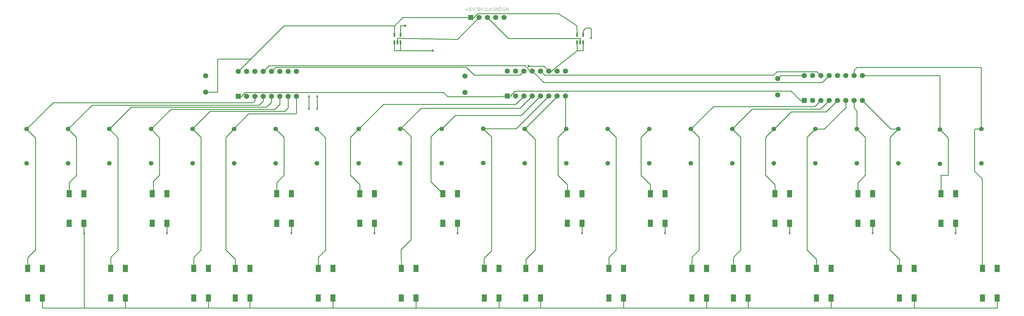
<source format=gtl>
G04 Layer: TopLayer*
G04 EasyEDA v6.5.43, 2024-08-21 01:05:30*
G04 cb6e2e9fbd21486d88ae5690d2d3dc00,10*
G04 Gerber Generator version 0.2*
G04 Scale: 100 percent, Rotated: No, Reflected: No *
G04 Dimensions in millimeters *
G04 leading zeros omitted , absolute positions ,4 integer and 5 decimal *
%FSLAX45Y45*%
%MOMM*%

%ADD10C,0.1000*%
%ADD11C,0.2540*%
%ADD12R,1.5000X2.3000*%
%ADD13R,0.4900X1.1570*%
%ADD14R,0.4900X1.1750*%
%ADD15C,1.6000*%
%ADD16R,1.6000X1.6000*%
%ADD17C,1.5748*%
%ADD18R,1.5748X1.5748*%
%ADD19C,1.4000*%
%ADD20C,0.7000*%
%ADD21C,0.6200*%
%ADD22C,0.0118*%

%LPD*%
D10*
X13972793Y6894576D02*
G01*
X13972793Y6812534D01*
X13931900Y6853681D02*
G01*
X14013688Y6853681D01*
X14098270Y6908037D02*
G01*
X14052804Y6908037D01*
X14048231Y6867144D01*
X14052804Y6871715D01*
X14066520Y6876287D01*
X14079981Y6876287D01*
X14093697Y6871715D01*
X14102841Y6862571D01*
X14107413Y6849110D01*
X14107413Y6839965D01*
X14102841Y6826250D01*
X14093697Y6817105D01*
X14079981Y6812534D01*
X14066520Y6812534D01*
X14052804Y6817105D01*
X14048231Y6821678D01*
X14043659Y6830821D01*
X14137386Y6908037D02*
G01*
X14173708Y6812534D01*
X14210029Y6908037D02*
G01*
X14173708Y6812534D01*
X14338554Y6894576D02*
G01*
X14329409Y6903465D01*
X14315693Y6908037D01*
X14297406Y6908037D01*
X14283943Y6903465D01*
X14274800Y6894576D01*
X14274800Y6885431D01*
X14279372Y6876287D01*
X14283943Y6871715D01*
X14293088Y6867144D01*
X14320266Y6858000D01*
X14329409Y6853681D01*
X14333981Y6849110D01*
X14338554Y6839965D01*
X14338554Y6826250D01*
X14329409Y6817105D01*
X14315693Y6812534D01*
X14297406Y6812534D01*
X14283943Y6817105D01*
X14274800Y6826250D01*
X14368525Y6908037D02*
G01*
X14368525Y6812534D01*
X14432025Y6908037D02*
G01*
X14432025Y6812534D01*
X14368525Y6862571D02*
G01*
X14432025Y6862571D01*
X14558772Y6885431D02*
G01*
X14554454Y6894576D01*
X14545309Y6903465D01*
X14536166Y6908037D01*
X14517877Y6908037D01*
X14508988Y6903465D01*
X14499843Y6894576D01*
X14495272Y6885431D01*
X14490700Y6871715D01*
X14490700Y6849110D01*
X14495272Y6835394D01*
X14499843Y6826250D01*
X14508988Y6817105D01*
X14517877Y6812534D01*
X14536166Y6812534D01*
X14545309Y6817105D01*
X14554454Y6826250D01*
X14558772Y6835394D01*
X14588997Y6908037D02*
G01*
X14588997Y6812534D01*
X14588997Y6812534D02*
G01*
X14643354Y6812534D01*
X14673325Y6908037D02*
G01*
X14673325Y6812534D01*
X14737079Y6908037D02*
G01*
X14673325Y6844537D01*
X14696186Y6867144D02*
G01*
X14737079Y6812534D01*
X14838172Y6885431D02*
G01*
X14833854Y6894576D01*
X14824709Y6903465D01*
X14815566Y6908037D01*
X14797277Y6908037D01*
X14788388Y6903465D01*
X14779243Y6894576D01*
X14774672Y6885431D01*
X14770100Y6871715D01*
X14770100Y6849110D01*
X14774672Y6835394D01*
X14779243Y6826250D01*
X14788388Y6817105D01*
X14797277Y6812534D01*
X14815566Y6812534D01*
X14824709Y6817105D01*
X14833854Y6826250D01*
X14838172Y6835394D01*
X14838172Y6849110D01*
X14815566Y6849110D02*
G01*
X14838172Y6849110D01*
X14868397Y6908037D02*
G01*
X14868397Y6812534D01*
X14868397Y6908037D02*
G01*
X14931897Y6812534D01*
X14931897Y6908037D02*
G01*
X14931897Y6812534D01*
X14961870Y6908037D02*
G01*
X14961870Y6812534D01*
X14961870Y6908037D02*
G01*
X14993620Y6908037D01*
X15007336Y6903465D01*
X15016479Y6894576D01*
X15021052Y6885431D01*
X15025624Y6871715D01*
X15025624Y6849110D01*
X15021052Y6835394D01*
X15016479Y6826250D01*
X15007336Y6817105D01*
X14993620Y6812534D01*
X14961870Y6812534D01*
X15102077Y6908037D02*
G01*
X15093188Y6903465D01*
X15084043Y6894576D01*
X15079472Y6885431D01*
X15074900Y6871715D01*
X15074900Y6849110D01*
X15079472Y6835394D01*
X15084043Y6826250D01*
X15093188Y6817105D01*
X15102077Y6812534D01*
X15120366Y6812534D01*
X15129509Y6817105D01*
X15138654Y6826250D01*
X15142972Y6835394D01*
X15147543Y6849110D01*
X15147543Y6871715D01*
X15142972Y6885431D01*
X15138654Y6894576D01*
X15129509Y6903465D01*
X15120366Y6908037D01*
X15102077Y6908037D01*
X15115793Y6830821D02*
G01*
X15142972Y6803644D01*
X15177516Y6908037D02*
G01*
X15177516Y6812534D01*
X15241270Y6908037D02*
G01*
X15241270Y6812534D01*
X15177516Y6862571D02*
G01*
X15241270Y6862571D01*
D11*
X11849100Y5931535D02*
G01*
X11849100Y5969000D01*
X13687450Y5940450D01*
X14351000Y6604000D01*
X17437100Y5840933D02*
G01*
X17437100Y5969000D01*
X17437100Y5969000D02*
G01*
X17403495Y5965139D01*
X15243860Y5965139D01*
X14605000Y6604000D01*
X17342104Y6071666D02*
G01*
X17335500Y6350000D01*
X16779595Y6725665D01*
X14302282Y6725665D01*
X14208480Y6631863D01*
X14208480Y6604000D01*
X17780000Y5969000D02*
G01*
X17780000Y6261100D01*
X17754600Y6286500D01*
X17614900Y6286500D01*
X17532095Y6203695D01*
X17532095Y6071666D01*
X17342104Y5588000D02*
G01*
X16557472Y4965700D01*
X16484600Y4965700D01*
X17532095Y5750305D02*
G01*
X17532095Y5588000D01*
X17342104Y5588000D01*
X17342104Y5750305D01*
X15214600Y4203700D02*
G01*
X15101849Y4203700D01*
X7097725Y4191000D02*
G01*
X7097725Y4219194D01*
X7192340Y4313809D01*
X13259612Y4313809D01*
X13390295Y4183126D01*
X15081275Y4183126D01*
X15101849Y4203700D01*
X14478000Y3204692D02*
G01*
X15481300Y3200400D01*
X16484600Y4203700D01*
X16992600Y4203700D02*
G01*
X16992600Y3217392D01*
X17018000Y3191992D01*
X16738600Y4203700D02*
G01*
X16738600Y4182592D01*
X15748000Y3191992D01*
X16230600Y4203700D02*
G01*
X15633217Y3606317D01*
X13622324Y3606317D01*
X13208000Y3191992D01*
X15976600Y4203700D02*
G01*
X15603981Y3831081D01*
X12577089Y3831081D01*
X11938000Y3191992D01*
X10668000Y3192018D02*
G01*
X11425681Y3949700D01*
X15466822Y3949700D01*
X15722600Y4203700D02*
G01*
X15466822Y3949700D01*
X4796993Y0D02*
G01*
X4796993Y307009D01*
X11944095Y5840933D02*
G01*
X11944095Y5750331D01*
X17532095Y5840933D02*
G01*
X17532095Y5750331D01*
X17342104Y5840933D02*
G01*
X17342104Y5750331D01*
X12928600Y5588000D02*
G01*
X11944101Y5588000D01*
X11944101Y5750333D01*
X16484600Y4965700D02*
G01*
X16335425Y5114874D01*
X15863976Y5114874D01*
X11754104Y6117336D02*
G01*
X11754104Y6350000D01*
X8382000Y6350000D01*
X6985000Y4953000D01*
X11944101Y6163157D02*
G01*
X11944101Y6350000D01*
X12090400Y6350000D01*
X11754104Y6163055D02*
G01*
X11754104Y6343904D01*
X12014200Y6604000D01*
X14097000Y6604000D01*
X11754104Y5750305D02*
G01*
X11754104Y5588000D01*
X11944095Y5588000D01*
X11944095Y5750305D01*
X27178000Y3191992D02*
G01*
X26924000Y2937992D01*
X26924000Y-508000D01*
X27207006Y-791006D01*
X27207006Y-1069009D01*
X25908000Y3191992D02*
G01*
X26162000Y2937992D01*
X26162000Y1778000D01*
X25937006Y1553006D01*
X25937006Y1216990D01*
X24638000Y3191992D02*
G01*
X24384000Y2937992D01*
X24384000Y-508000D01*
X24667006Y-791006D01*
X24667006Y-1069009D01*
X23368000Y3191992D02*
G01*
X23114000Y2937992D01*
X23114000Y1778000D01*
X23397006Y1494993D01*
X23397006Y1216990D01*
X22098000Y3191992D02*
G01*
X22352000Y2937992D01*
X22352000Y-508000D01*
X22127006Y-732993D01*
X22127006Y-1069009D01*
X20828000Y3191992D02*
G01*
X21082000Y2937992D01*
X21082000Y-508000D01*
X20857006Y-732993D01*
X20857006Y-1069009D01*
X19558000Y3191992D02*
G01*
X19304000Y2937992D01*
X19304000Y1778000D01*
X19587006Y1494993D01*
X19587006Y1216990D01*
X18288000Y3191992D02*
G01*
X18542000Y2937992D01*
X18542000Y-508000D01*
X18317006Y-732993D01*
X18317006Y-1069009D01*
X17018000Y3192018D02*
G01*
X16764000Y2938018D01*
X16764000Y1778000D01*
X17043400Y1498600D01*
X17043400Y1485900D01*
X17047006Y1482293D01*
X17047006Y1216990D01*
X15748000Y3191992D02*
G01*
X16065500Y2874492D01*
X16065500Y-508000D01*
X15777006Y-796493D01*
X15777006Y-1069009D01*
X14507006Y-1069009D02*
G01*
X14503400Y-1065403D01*
X14503400Y-762000D01*
X14732000Y-533400D01*
X14732000Y2950692D01*
X14478000Y3204692D01*
X13237006Y1216990D02*
G01*
X12877800Y1576196D01*
X12877800Y2959100D01*
X13110692Y3191992D01*
X13208000Y3191992D01*
X11938000Y3192018D02*
G01*
X12035281Y3192018D01*
X12268200Y2959100D01*
X12268200Y-190500D01*
X11963400Y-495300D01*
X11963400Y-508000D01*
X11966956Y-1069086D01*
X25908000Y3191992D02*
G01*
X25908000Y3746500D01*
X25819100Y3835400D01*
X25819100Y4064000D01*
X24638000Y3191992D02*
G01*
X24908992Y3191992D01*
X25565100Y3848100D01*
X25565100Y4064000D01*
X23368000Y3191992D02*
G01*
X23372292Y3191992D01*
X23901400Y3721100D01*
X24968200Y3721100D01*
X25311100Y4064000D01*
X20828000Y3191992D02*
G01*
X21518981Y3882974D01*
X24622074Y3882974D01*
X24803100Y4064000D01*
X22098000Y3191992D02*
G01*
X22707396Y3801389D01*
X24794489Y3801389D01*
X25057100Y4064000D01*
X11754104Y6117412D02*
G01*
X11754104Y6163157D01*
X11754104Y6071666D02*
G01*
X11754104Y6117412D01*
X24295100Y4826000D02*
G01*
X23575187Y4826000D01*
X23482300Y4733112D01*
X14097000Y6604000D02*
G01*
X14208480Y6604000D01*
X11944095Y6071666D02*
G01*
X11944095Y6163157D01*
X6985000Y4191000D02*
G01*
X7097725Y4191000D01*
X24182349Y4064000D02*
G01*
X23892713Y4353636D01*
X15449067Y4353636D01*
X15327325Y4231894D01*
X15327325Y4203700D01*
X15214600Y4203700D02*
G01*
X15327325Y4203700D01*
X24295100Y4064000D02*
G01*
X24182349Y4064000D01*
X11754104Y5840933D02*
G01*
X11754104Y5750331D01*
X11849100Y5840933D02*
G01*
X11849100Y5931535D01*
X24803100Y4826000D02*
G01*
X24681205Y4947894D01*
X23464545Y4947894D01*
X23359363Y4842713D01*
X16353586Y4842713D01*
X16230600Y4965700D01*
X15722600Y4965700D02*
G01*
X15600400Y4843500D01*
X14194307Y4843500D01*
X13959509Y5078298D01*
X8126298Y5078298D01*
X8001000Y4953000D01*
X7747000Y4953000D02*
G01*
X7925866Y5131866D01*
X15751073Y5131866D01*
X15917240Y4965700D01*
X15976600Y4965700D01*
X15976600Y4965700D02*
G01*
X16326205Y4616094D01*
X24847194Y4616094D01*
X25057100Y4826000D01*
X986993Y-1978990D02*
G01*
X990600Y-1982596D01*
X990600Y-2286000D01*
X3530600Y-2286000D01*
X3526993Y-2282393D01*
X3526993Y-1978990D01*
X3530600Y-2286000D02*
G01*
X6070600Y-2286000D01*
X6066993Y-2282393D01*
X6066993Y-1978990D01*
X6070600Y-2286000D02*
G01*
X7340600Y-2286000D01*
X7340600Y-2286000D01*
X7336993Y-1978990D01*
X7340600Y-2286000D02*
G01*
X9880600Y-2286000D01*
X9880600Y-2286000D01*
X9876993Y-1978990D01*
X9880600Y-2286000D02*
G01*
X12420600Y-2286000D01*
X12416993Y-2282393D01*
X12416993Y-1978990D01*
X12420600Y-2286000D02*
G01*
X14960600Y-2286000D01*
X14956993Y-2282393D01*
X14956993Y-1978990D01*
X14960600Y-2286000D02*
G01*
X16217900Y-2286000D01*
X16226993Y-2276906D01*
X16226993Y-1978990D01*
X16217900Y-2286000D02*
G01*
X18770600Y-2286000D01*
X18766993Y-2282393D01*
X18766993Y-1978990D01*
X22580600Y-2286000D02*
G01*
X25133300Y-2286000D01*
X25116993Y-2269693D01*
X25116993Y-1978990D01*
X25126177Y-2286000D02*
G01*
X27660600Y-2286000D01*
X27656993Y-2282393D01*
X27656993Y-1978990D01*
X27660600Y-2286000D02*
G01*
X30200600Y-2286000D01*
X30196993Y-2282393D01*
X30196993Y-1978990D01*
X2256993Y0D02*
G01*
X2263119Y-6126D01*
X2263119Y-2286000D01*
X5981700Y4322063D02*
G01*
X5985763Y4318000D01*
X6350000Y4318000D01*
X6351015Y5332984D01*
X7364984Y5332984D01*
X18770600Y-2286000D02*
G01*
X18783300Y-2286000D01*
X21310600Y-2286000D01*
X21306993Y-2282393D01*
X21306993Y-1991690D01*
X21310600Y-2286000D02*
G01*
X21323300Y-2286000D01*
X22580600Y-2286000D01*
X22576993Y-2282393D01*
X22576993Y-1978990D01*
X508000Y3191992D02*
G01*
X1316507Y4000500D01*
X7429500Y4000500D01*
X7493000Y4064000D01*
X7493000Y4191000D01*
X1777997Y3191992D02*
G01*
X2510304Y3924300D01*
X7620000Y3924300D01*
X7747000Y4051300D01*
X7747000Y4191000D01*
X3035294Y3191992D02*
G01*
X3704102Y3860800D01*
X7848600Y3860800D01*
X8001000Y4013200D01*
X8001000Y4191000D01*
X4317992Y3191992D02*
G01*
X4923299Y3797300D01*
X8102600Y3797300D01*
X8255000Y3949700D01*
X8255000Y4191000D01*
X5575300Y3191992D02*
G01*
X6117107Y3733800D01*
X8407400Y3733800D01*
X8509000Y3835400D01*
X8509000Y4191000D01*
X6870700Y3230092D02*
G01*
X7298207Y3657600D01*
X8750300Y3657600D01*
X8763000Y3670300D01*
X8763000Y4191000D01*
X28448000Y3179292D02*
G01*
X28702000Y2925292D01*
X28702000Y1778000D01*
X28473400Y1778000D01*
X28477006Y1748993D01*
X28477006Y1216990D01*
X29718000Y3192018D02*
G01*
X29705300Y3204718D01*
X29705300Y5080000D01*
X25908000Y5080000D01*
X25819100Y4991100D01*
X25819100Y4826000D01*
X28448000Y3179292D02*
G01*
X28448000Y4813300D01*
X28435300Y4826000D01*
X26073100Y4826000D01*
X26073100Y4064000D02*
G01*
X26945107Y3191992D01*
X27178000Y3191992D01*
X29747006Y-1069009D02*
G01*
X29743400Y-1065403D01*
X29743400Y1663700D01*
X29502100Y1905000D01*
X29502100Y3187700D01*
X29523207Y3191992D01*
X29718000Y3191992D01*
X28926993Y307009D02*
G01*
X28930600Y303403D01*
X28930600Y0D01*
X26390600Y0D02*
G01*
X26386993Y3606D01*
X26386993Y307009D01*
X20036993Y3606D02*
G01*
X20036993Y307009D01*
X17500600Y0D02*
G01*
X17496993Y3606D01*
X17496993Y307009D01*
X11150600Y0D02*
G01*
X11146993Y3606D01*
X11146993Y307009D01*
X8606993Y307009D02*
G01*
X8610600Y303403D01*
X8610600Y0D01*
X2263119Y-6126D02*
G01*
X2256993Y0D01*
X2256993Y307009D01*
X508000Y3191992D02*
G01*
X774700Y2925292D01*
X774700Y-508000D01*
X537006Y-745693D01*
X537006Y-1069009D01*
X1777997Y3191992D02*
G01*
X2032000Y2937990D01*
X2032000Y1778000D01*
X1807006Y1553006D01*
X1807006Y1216990D01*
X4317987Y3191990D02*
G01*
X4572000Y2921000D01*
X4572000Y1778000D01*
X4385081Y1591081D01*
X4385081Y1216990D01*
X3035294Y3191992D02*
G01*
X3302000Y2925287D01*
X3302000Y-508000D01*
X3076981Y-733018D01*
X3076981Y-1069009D01*
X5587989Y3191992D02*
G01*
X5842000Y2937982D01*
X5842000Y-508000D01*
X5617006Y-732993D01*
X5617006Y-1069009D01*
X6857987Y3191992D02*
G01*
X6604000Y2938005D01*
X6604000Y-508000D01*
X6887006Y-791006D01*
X6887006Y-1069009D01*
X8127984Y3191992D02*
G01*
X8382000Y2937977D01*
X8382000Y1778000D01*
X8157006Y1553006D01*
X8157006Y1216990D01*
X9385282Y3191992D02*
G01*
X9652000Y2925274D01*
X9652000Y-508000D01*
X9427006Y-732993D01*
X9427006Y-1069009D01*
X10668000Y3191987D02*
G01*
X10414000Y2937987D01*
X10414000Y1778000D01*
X10697006Y1494993D01*
X10697006Y1216990D01*
X9398000Y4191000D02*
G01*
X9398000Y3810000D01*
X9144000Y4191000D02*
G01*
X9144000Y3810000D01*
X23847043Y307086D02*
G01*
X23848059Y0D01*
X13690600Y0D02*
G01*
X13690600Y0D01*
X13686993Y3606D01*
X13686993Y307009D01*
D12*
G01*
X9877018Y-1069009D03*
G01*
X9876993Y-1978990D03*
G01*
X9427006Y-1069009D03*
G01*
X9427006Y-1978990D03*
G01*
X11147018Y1216990D03*
G01*
X11146993Y307009D03*
G01*
X10697006Y1216990D03*
G01*
X10697006Y307009D03*
G01*
X12417018Y-1069009D03*
G01*
X12416993Y-1978990D03*
G01*
X11967006Y-1069009D03*
G01*
X11967006Y-1978990D03*
G01*
X13687018Y1216990D03*
G01*
X13686993Y307009D03*
G01*
X13237006Y1216990D03*
G01*
X13237006Y307009D03*
G01*
X14957018Y-1069009D03*
G01*
X14956993Y-1978990D03*
G01*
X14507006Y-1069009D03*
G01*
X14507006Y-1978990D03*
G01*
X16227018Y-1069009D03*
G01*
X16226993Y-1978990D03*
G01*
X15777006Y-1069009D03*
G01*
X15777006Y-1978990D03*
G01*
X17497018Y1216990D03*
G01*
X17496993Y307009D03*
G01*
X17047006Y1216990D03*
G01*
X17047006Y307009D03*
G01*
X18767018Y-1069009D03*
G01*
X18766993Y-1978990D03*
G01*
X18317006Y-1069009D03*
G01*
X18317006Y-1978990D03*
G01*
X20037018Y1216990D03*
G01*
X20036993Y307009D03*
G01*
X19587006Y1216990D03*
G01*
X19587006Y307009D03*
G01*
X21307018Y-1069009D03*
G01*
X21306993Y-1978990D03*
G01*
X20857006Y-1069009D03*
G01*
X20857006Y-1978990D03*
G01*
X22577018Y-1069009D03*
G01*
X22576993Y-1978990D03*
G01*
X22127006Y-1069009D03*
G01*
X22127006Y-1978990D03*
G01*
X23847018Y1216990D03*
G01*
X23846993Y307009D03*
G01*
X23397006Y1216990D03*
G01*
X23397006Y307009D03*
G01*
X25117018Y-1069009D03*
G01*
X25116993Y-1978990D03*
G01*
X24667006Y-1069009D03*
G01*
X24667006Y-1978990D03*
G01*
X26387018Y1216990D03*
G01*
X26386993Y307009D03*
G01*
X25937006Y1216990D03*
G01*
X25937006Y307009D03*
G01*
X27657018Y-1069009D03*
G01*
X27656993Y-1978990D03*
G01*
X27207006Y-1069009D03*
G01*
X27207006Y-1978990D03*
G01*
X28927018Y1216990D03*
G01*
X28926993Y307009D03*
G01*
X28477006Y1216990D03*
G01*
X28477006Y307009D03*
G01*
X30197018Y-1069009D03*
G01*
X30196993Y-1978990D03*
G01*
X29747006Y-1069009D03*
G01*
X29747006Y-1978990D03*
G01*
X987018Y-1069009D03*
G01*
X986993Y-1978990D03*
G01*
X537006Y-1069009D03*
G01*
X537006Y-1978990D03*
G01*
X2257018Y1216990D03*
G01*
X2256993Y307009D03*
G01*
X1807006Y1216990D03*
G01*
X1807006Y307009D03*
G01*
X3527018Y-1069009D03*
G01*
X3526993Y-1978990D03*
G01*
X3076981Y-1069009D03*
G01*
X3076981Y-1978990D03*
G01*
X4797018Y1216990D03*
G01*
X4796993Y307009D03*
G01*
X4346981Y1216990D03*
G01*
X4346981Y307009D03*
G01*
X6067018Y-1069009D03*
G01*
X6066993Y-1978990D03*
G01*
X5617006Y-1069009D03*
G01*
X5617006Y-1978990D03*
G01*
X7337018Y-1069009D03*
G01*
X7336993Y-1978990D03*
G01*
X6887006Y-1069009D03*
G01*
X6887006Y-1978990D03*
G01*
X8607018Y1216990D03*
G01*
X8606993Y307009D03*
G01*
X8157006Y1216990D03*
G01*
X8157006Y307009D03*
D13*
G01*
X17342104Y5840933D03*
G01*
X17437100Y5840933D03*
G01*
X17532095Y5840933D03*
D14*
G01*
X17532095Y6071666D03*
G01*
X17342104Y6071666D03*
D13*
G01*
X11754104Y5840933D03*
G01*
X11849100Y5840933D03*
G01*
X11944095Y5840933D03*
D14*
G01*
X11944095Y6071666D03*
G01*
X11754104Y6071666D03*
D15*
G01*
X5981700Y4322013D03*
G01*
X5981700Y4822012D03*
G01*
X13914958Y4309313D03*
G01*
X13914958Y4809312D03*
G01*
X23482300Y4233113D03*
G01*
X23482300Y4733112D03*
G01*
X6985000Y4953000D03*
G01*
X7239000Y4953000D03*
G01*
X7493000Y4953000D03*
G01*
X7747000Y4953000D03*
G01*
X8001000Y4953000D03*
G01*
X8255000Y4953000D03*
G01*
X8509000Y4953000D03*
G01*
X8763000Y4953000D03*
G01*
X8763000Y4191000D03*
G01*
X8509000Y4191000D03*
G01*
X8255000Y4191000D03*
G01*
X8001000Y4191000D03*
G01*
X7747000Y4191000D03*
G01*
X7493000Y4191000D03*
G01*
X7239000Y4191000D03*
D16*
G01*
X6985000Y4191000D03*
D15*
G01*
X15214600Y4965700D03*
G01*
X15468600Y4965700D03*
G01*
X15722600Y4965700D03*
G01*
X15976600Y4965700D03*
G01*
X16230600Y4965700D03*
G01*
X16484600Y4965700D03*
G01*
X16738600Y4965700D03*
G01*
X16992600Y4965700D03*
G01*
X16992600Y4203700D03*
G01*
X16738600Y4203700D03*
G01*
X16484600Y4203700D03*
G01*
X16230600Y4203700D03*
G01*
X15976600Y4203700D03*
G01*
X15722600Y4203700D03*
G01*
X15468600Y4203700D03*
D16*
G01*
X15214600Y4203700D03*
D15*
G01*
X24295100Y4826000D03*
G01*
X24549100Y4826000D03*
G01*
X24803100Y4826000D03*
G01*
X25057100Y4826000D03*
G01*
X25311100Y4826000D03*
G01*
X25565100Y4826000D03*
G01*
X25819100Y4826000D03*
G01*
X26073100Y4826000D03*
G01*
X26073100Y4064000D03*
G01*
X25819100Y4064000D03*
G01*
X25565100Y4064000D03*
G01*
X25311100Y4064000D03*
G01*
X25057100Y4064000D03*
G01*
X24803100Y4064000D03*
G01*
X24549100Y4064000D03*
D16*
G01*
X24295100Y4064000D03*
D17*
G01*
X15113000Y6604000D03*
G01*
X14859000Y6604000D03*
G01*
X14605000Y6604000D03*
G01*
X14351000Y6604000D03*
D18*
G01*
X14097000Y6604000D03*
D19*
G01*
X10668000Y3191992D03*
G01*
X10668000Y2142007D03*
G01*
X11938000Y3191992D03*
G01*
X11938000Y2142007D03*
G01*
X13208000Y3191992D03*
G01*
X13208000Y2142007D03*
G01*
X14478000Y3204692D03*
G01*
X14478000Y2154707D03*
G01*
X15748000Y3191992D03*
G01*
X15748000Y2142007D03*
G01*
X17018000Y3191992D03*
G01*
X17018000Y2142007D03*
G01*
X18288000Y3191992D03*
G01*
X18288000Y2142007D03*
G01*
X19558000Y3191992D03*
G01*
X19558000Y2142007D03*
G01*
X20828000Y3191992D03*
G01*
X20828000Y2142007D03*
G01*
X22098000Y3191992D03*
G01*
X22098000Y2142007D03*
G01*
X23368000Y3191992D03*
G01*
X23368000Y2142007D03*
G01*
X24638000Y3191992D03*
G01*
X24638000Y2142007D03*
G01*
X25908000Y3191992D03*
G01*
X25908000Y2142007D03*
G01*
X27178000Y3191992D03*
G01*
X27178000Y2142007D03*
G01*
X28448000Y3179292D03*
G01*
X28448000Y2129307D03*
G01*
X29718000Y3191992D03*
G01*
X29718000Y2142007D03*
G01*
X8127974Y2141981D03*
G01*
X8127974Y3191992D03*
G01*
X6858000Y2141981D03*
G01*
X6858000Y3191992D03*
G01*
X5588000Y2141981D03*
G01*
X5588000Y3191992D03*
G01*
X4318000Y2141981D03*
G01*
X4318000Y3191992D03*
G01*
X3035300Y2141981D03*
G01*
X3035300Y3191992D03*
G01*
X1778000Y2141981D03*
G01*
X1778000Y3191992D03*
G01*
X508000Y2141981D03*
G01*
X508000Y3191992D03*
G01*
X9385274Y2141981D03*
G01*
X9385274Y3191992D03*
D20*
G01*
X12090400Y6350000D03*
G01*
X15863976Y5114874D03*
G01*
X12928600Y5588000D03*
D21*
G01*
X28930600Y0D03*
G01*
X26390600Y0D03*
G01*
X23850600Y0D03*
G01*
X20036993Y3606D03*
G01*
X17500600Y0D03*
G01*
X13690600Y0D03*
G01*
X11150600Y0D03*
G01*
X8610600Y0D03*
G01*
X4796993Y0D03*
G01*
X2263114Y-6121D03*
G01*
X9398000Y4191000D03*
G01*
X9398000Y3810000D03*
G01*
X9144000Y4191000D03*
G01*
X9144000Y3810000D03*
G01*
X17780000Y5969000D03*
M02*

</source>
